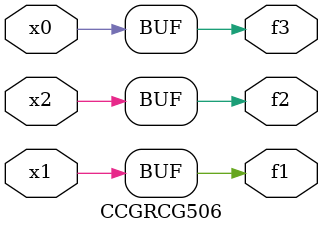
<source format=v>
module CCGRCG506(
	input x0, x1, x2,
	output f1, f2, f3
);
	assign f1 = x1;
	assign f2 = x2;
	assign f3 = x0;
endmodule

</source>
